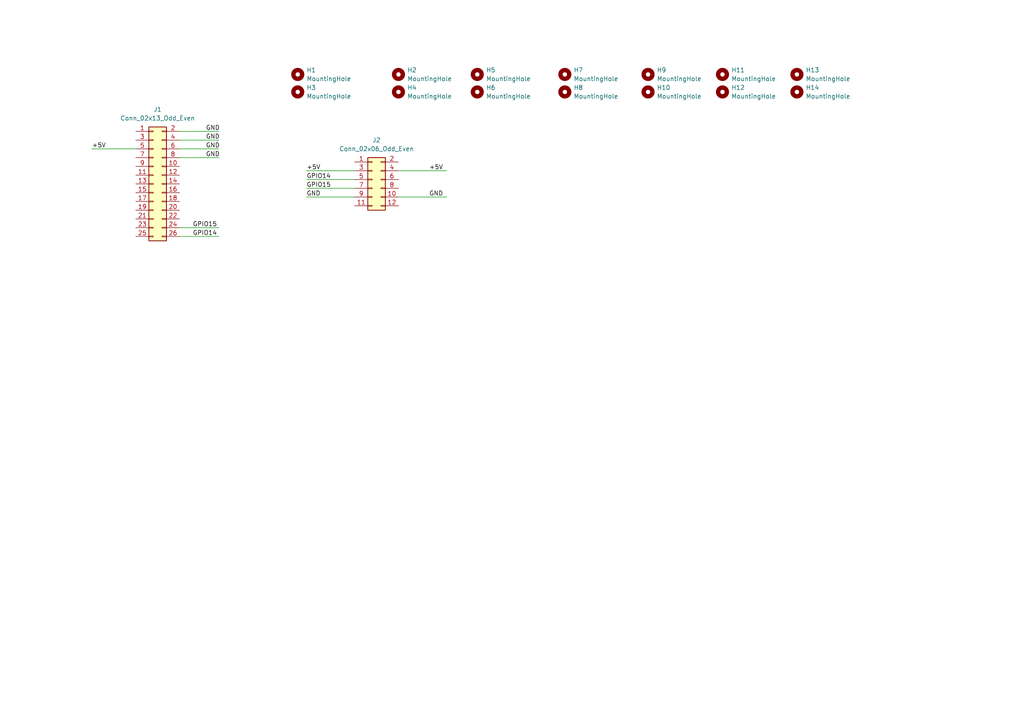
<source format=kicad_sch>
(kicad_sch (version 20250114) (generator "eeschema") (generator_version "9.0")
  (paper "A4")
  (lib_symbols
    (symbol "Connector_Generic:Conn_02x06_Odd_Even" (pin_names (offset 1.016) (hide yes))
      (property "Reference" "J" (at 1.27 7.62 0))
      (property "Value" "Conn_02x06_Odd_Even" (at 1.27 -10.16 0))
      (symbol "Conn_02x06_Odd_Even_1_1"
        (rectangle (start -1.27 6.35) (end 3.81 -8.89) (stroke (width 0.254)) (fill (type background)))
        (rectangle (start -1.27 5.207) (end 0 4.953) (stroke (width 0.1524)))
        (rectangle (start -1.27 2.667) (end 0 2.413) (stroke (width 0.1524)))
        (rectangle (start -1.27 0.127) (end 0 -0.127) (stroke (width 0.1524)))
        (rectangle (start -1.27 -2.413) (end 0 -2.667) (stroke (width 0.1524)))
        (rectangle (start -1.27 -4.953) (end 0 -5.207) (stroke (width 0.1524)))
        (rectangle (start -1.27 -7.493) (end 0 -7.747) (stroke (width 0.1524)))
        (rectangle (start 3.81 5.207) (end 2.54 4.953) (stroke (width 0.1524)))
        (rectangle (start 3.81 2.667) (end 2.54 2.413) (stroke (width 0.1524)))
        (rectangle (start 3.81 0.127) (end 2.54 -0.127) (stroke (width 0.1524)))
        (rectangle (start 3.81 -2.413) (end 2.54 -2.667) (stroke (width 0.1524)))
        (rectangle (start 3.81 -4.953) (end 2.54 -5.207) (stroke (width 0.1524)))
        (rectangle (start 3.81 -7.493) (end 2.54 -7.747) (stroke (width 0.1524)))
        (pin passive line (at -5.08 5.08 0) (length 3.81) (name "Pin_1") (number "1"))
        (pin passive line (at -5.08 2.54 0) (length 3.81) (name "Pin_3") (number "3"))
        (pin passive line (at -5.08 0 0) (length 3.81) (name "Pin_5") (number "5"))
        (pin passive line (at -5.08 -2.54 0) (length 3.81) (name "Pin_7") (number "7"))
        (pin passive line (at -5.08 -5.08 0) (length 3.81) (name "Pin_9") (number "9"))
        (pin passive line (at -5.08 -7.62 0) (length 3.81) (name "Pin_11") (number "11"))
        (pin passive line (at 7.62 5.08 180) (length 3.81) (name "Pin_2") (number "2"))
        (pin passive line (at 7.62 2.54 180) (length 3.81) (name "Pin_4") (number "4"))
        (pin passive line (at 7.62 0 180) (length 3.81) (name "Pin_6") (number "6"))
        (pin passive line (at 7.62 -2.54 180) (length 3.81) (name "Pin_8") (number "8"))
        (pin passive line (at 7.62 -5.08 180) (length 3.81) (name "Pin_10") (number "10"))
        (pin passive line (at 7.62 -7.62 180) (length 3.81) (name "Pin_12") (number "12"))
      )
    )
    (symbol "Connector_Generic:Conn_02x13_Odd_Even" (pin_names (offset 1.016) (hide yes))
      (property "Reference" "J" (at 1.27 17.78 0))
      (property "Value" "Conn_02x13_Odd_Even" (at 1.27 -17.78 0))
      (symbol "Conn_02x13_Odd_Even_1_1"
        (rectangle (start -1.27 16.51) (end 3.81 -16.51) (stroke (width 0.254)) (fill (type background)))
        (rectangle (start -1.27 15.367) (end 0 15.113) (stroke (width 0.1524)))
        (rectangle (start -1.27 12.827) (end 0 12.573) (stroke (width 0.1524)))
        (rectangle (start -1.27 10.287) (end 0 10.033) (stroke (width 0.1524)))
        (rectangle (start -1.27 7.747) (end 0 7.493) (stroke (width 0.1524)))
        (rectangle (start -1.27 5.207) (end 0 4.953) (stroke (width 0.1524)))
        (rectangle (start -1.27 2.667) (end 0 2.413) (stroke (width 0.1524)))
        (rectangle (start -1.27 0.127) (end 0 -0.127) (stroke (width 0.1524)))
        (rectangle (start -1.27 -2.413) (end 0 -2.667) (stroke (width 0.1524)))
        (rectangle (start -1.27 -4.953) (end 0 -5.207) (stroke (width 0.1524)))
        (rectangle (start -1.27 -7.493) (end 0 -7.747) (stroke (width 0.1524)))
        (rectangle (start -1.27 -10.033) (end 0 -10.287) (stroke (width 0.1524)))
        (rectangle (start -1.27 -12.573) (end 0 -12.827) (stroke (width 0.1524)))
        (rectangle (start -1.27 -15.113) (end 0 -15.367) (stroke (width 0.1524)))
        (rectangle (start 3.81 15.367) (end 2.54 15.113) (stroke (width 0.1524)))
        (rectangle (start 3.81 12.827) (end 2.54 12.573) (stroke (width 0.1524)))
        (rectangle (start 3.81 10.287) (end 2.54 10.033) (stroke (width 0.1524)))
        (rectangle (start 3.81 7.747) (end 2.54 7.493) (stroke (width 0.1524)))
        (rectangle (start 3.81 5.207) (end 2.54 4.953) (stroke (width 0.1524)))
        (rectangle (start 3.81 2.667) (end 2.54 2.413) (stroke (width 0.1524)))
        (rectangle (start 3.81 0.127) (end 2.54 -0.127) (stroke (width 0.1524)))
        (rectangle (start 3.81 -2.413) (end 2.54 -2.667) (stroke (width 0.1524)))
        (rectangle (start 3.81 -4.953) (end 2.54 -5.207) (stroke (width 0.1524)))
        (rectangle (start 3.81 -7.493) (end 2.54 -7.747) (stroke (width 0.1524)))
        (rectangle (start 3.81 -10.033) (end 2.54 -10.287) (stroke (width 0.1524)))
        (rectangle (start 3.81 -12.573) (end 2.54 -12.827) (stroke (width 0.1524)))
        (rectangle (start 3.81 -15.113) (end 2.54 -15.367) (stroke (width 0.1524)))
        (pin passive line (at -5.08 15.24 0) (length 3.81) (name "Pin_1") (number "1"))
        (pin passive line (at -5.08 12.7 0) (length 3.81) (name "Pin_3") (number "3"))
        (pin passive line (at -5.08 10.16 0) (length 3.81) (name "Pin_5") (number "5"))
        (pin passive line (at -5.08 7.62 0) (length 3.81) (name "Pin_7") (number "7"))
        (pin passive line (at -5.08 5.08 0) (length 3.81) (name "Pin_9") (number "9"))
        (pin passive line (at -5.08 2.54 0) (length 3.81) (name "Pin_11") (number "11"))
        (pin passive line (at -5.08 0 0) (length 3.81) (name "Pin_13") (number "13"))
        (pin passive line (at -5.08 -2.54 0) (length 3.81) (name "Pin_15") (number "15"))
        (pin passive line (at -5.08 -5.08 0) (length 3.81) (name "Pin_17") (number "17"))
        (pin passive line (at -5.08 -7.62 0) (length 3.81) (name "Pin_19") (number "19"))
        (pin passive line (at -5.08 -10.16 0) (length 3.81) (name "Pin_21") (number "21"))
        (pin passive line (at -5.08 -12.7 0) (length 3.81) (name "Pin_23") (number "23"))
        (pin passive line (at -5.08 -15.24 0) (length 3.81) (name "Pin_25") (number "25"))
        (pin passive line (at 7.62 15.24 180) (length 3.81) (name "Pin_2") (number "2"))
        (pin passive line (at 7.62 12.7 180) (length 3.81) (name "Pin_4") (number "4"))
        (pin passive line (at 7.62 10.16 180) (length 3.81) (name "Pin_6") (number "6"))
        (pin passive line (at 7.62 7.62 180) (length 3.81) (name "Pin_8") (number "8"))
        (pin passive line (at 7.62 5.08 180) (length 3.81) (name "Pin_10") (number "10"))
        (pin passive line (at 7.62 2.54 180) (length 3.81) (name "Pin_12") (number "12"))
        (pin passive line (at 7.62 0 180) (length 3.81) (name "Pin_14") (number "14"))
        (pin passive line (at 7.62 -2.54 180) (length 3.81) (name "Pin_16") (number "16"))
        (pin passive line (at 7.62 -5.08 180) (length 3.81) (name "Pin_18") (number "18"))
        (pin passive line (at 7.62 -7.62 180) (length 3.81) (name "Pin_20") (number "20"))
        (pin passive line (at 7.62 -10.16 180) (length 3.81) (name "Pin_22") (number "22"))
        (pin passive line (at 7.62 -12.7 180) (length 3.81) (name "Pin_24") (number "24"))
        (pin passive line (at 7.62 -15.24 180) (length 3.81) (name "Pin_26") (number "26"))
      )
    )
    (symbol "Mechanical:MountingHole" (pin_names (offset 1.016)) (in_bom no)
      (property "Reference" "H" (at 0 5.08 0))
      (property "Value" "MountingHole" (at 0 3.175 0))
      (symbol "MountingHole_0_1"
        (circle (center 0 0) (radius 1.27) (stroke (width 1.27)))
      )
    )
  )
  (wire (pts (xy 52.07 45.72) (xy 63.5 45.72)))
  (wire (pts (xy 52.07 68.58) (xy 63.5 68.58)))
  (wire (pts (xy 26.67 43.18) (xy 39.37 43.18)))
  (wire (pts (xy 52.07 40.64) (xy 63.5 40.64)))
  (wire (pts (xy 88.9 49.53) (xy 102.87 49.53)))
  (wire (pts (xy 52.07 38.1) (xy 63.5 38.1)))
  (wire (pts (xy 52.07 66.04) (xy 63.5 66.04)))
  (wire (pts (xy 115.57 49.53) (xy 129.54 49.53)))
  (wire (pts (xy 115.57 57.15) (xy 129.54 57.15)))
  (wire (pts (xy 88.9 54.61) (xy 102.87 54.61)))
  (wire (pts (xy 88.9 52.07) (xy 102.87 52.07)))
  (wire (pts (xy 52.07 43.18) (xy 63.5 43.18)))
  (wire (pts (xy 88.9 57.15) (xy 102.87 57.15)))
  (label "GPIO15" (at 88.9 54.61 0))
  (label "GND" (at 88.9 57.15 0))
  (label "GPIO14" (at 55.88 68.58 0))
  (label "+5V" (at 124.46 49.53 0))
  (label "GND" (at 59.69 38.1 0))
  (label "GPIO14" (at 88.9 52.07 0))
  (label "+5V" (at 88.9 49.53 0))
  (label "+5V" (at 26.67 43.18 0))
  (label "GND" (at 59.69 43.18 0))
  (label "GND" (at 59.69 40.64 0))
  (label "GND" (at 59.69 45.72 0))
  (label "GND" (at 124.46 57.15 0))
  (label "GPIO15" (at 55.88 66.04 0))
  (symbol (lib_id "Mechanical:MountingHole") (at 138.43 26.67 0) (unit 1) (in_bom no)
    (property "Reference" "H6" (at 140.97 25.3999 0) (effects (justify left)))
    (property "Value" "MountingHole" (at 140.97 27.9399 0) (effects (justify left)))
    (property "Footprint" "MountingHole:MountingHole_3.2mm_M3_DIN965" (effects (hide yes)))
    (property "Description" "Mounting Hole without connection" (effects (hide yes)))
  )
  (symbol (lib_id "Mechanical:MountingHole") (at 86.36 26.67 0) (unit 1) (in_bom no)
    (property "Reference" "H3" (at 88.9 25.3999 0) (effects (justify left)))
    (property "Value" "MountingHole" (at 88.9 27.9399 0) (effects (justify left)))
    (property "Footprint" "MountingHole:MountingHole_3.2mm_M3_DIN965" (effects (hide yes)))
    (property "Description" "Mounting Hole without connection" (effects (hide yes)))
  )
  (symbol (lib_id "Mechanical:MountingHole") (at 209.55 21.59 0) (unit 1) (in_bom no)
    (property "Reference" "H11" (at 212.09 20.3199 0) (effects (justify left)))
    (property "Value" "MountingHole" (at 212.09 22.8599 0) (effects (justify left)))
    (property "Footprint" "MountingHole:MountingHole_3.2mm_M3_DIN965" (effects (hide yes)))
    (property "Description" "Mounting Hole without connection" (effects (hide yes)))
  )
  (symbol (lib_id "Mechanical:MountingHole") (at 163.83 26.67 0) (unit 1) (in_bom no)
    (property "Reference" "H8" (at 166.37 25.3999 0) (effects (justify left)))
    (property "Value" "MountingHole" (at 166.37 27.9399 0) (effects (justify left)))
    (property "Footprint" "MountingHole:MountingHole_3.2mm_M3_DIN965" (effects (hide yes)))
    (property "Description" "Mounting Hole without connection" (effects (hide yes)))
  )
  (symbol (lib_id "Mechanical:MountingHole") (at 138.43 21.59 0) (unit 1) (in_bom no)
    (property "Reference" "H5" (at 140.97 20.3199 0) (effects (justify left)))
    (property "Value" "MountingHole" (at 140.97 22.8599 0) (effects (justify left)))
    (property "Footprint" "MountingHole:MountingHole_3.2mm_M3_DIN965" (effects (hide yes)))
    (property "Description" "Mounting Hole without connection" (effects (hide yes)))
  )
  (symbol (lib_id "Mechanical:MountingHole") (at 231.14 26.67 0) (unit 1) (in_bom no)
    (property "Reference" "H14" (at 233.68 25.3999 0) (effects (justify left)))
    (property "Value" "MountingHole" (at 233.68 27.9399 0) (effects (justify left)))
    (property "Footprint" "MountingHole:MountingHole_3.2mm_M3_DIN965" (effects (hide yes)))
    (property "Description" "Mounting Hole without connection" (effects (hide yes)))
  )
  (symbol (lib_id "Connector_Generic:Conn_02x13_Odd_Even") (at 44.45 53.34 0) (unit 1)
    (property "Reference" "J1" (at 45.72 31.75 0))
    (property "Value" "Conn_02x13_Odd_Even" (at 45.72 34.29 0))
    (property "Description" "Generic connector, double row, 02x13, odd/even pin numbering scheme (row 1 odd numbers, row 2 even numbers), script generated (kicad-library-utils/schlib/autogen/connector/)" (effects (hide yes)))
  )
  (symbol (lib_id "Mechanical:MountingHole") (at 115.57 26.67 0) (unit 1) (in_bom no)
    (property "Reference" "H4" (at 118.11 25.3999 0) (effects (justify left)))
    (property "Value" "MountingHole" (at 118.11 27.9399 0) (effects (justify left)))
    (property "Footprint" "MountingHole:MountingHole_3.2mm_M3_DIN965" (effects (hide yes)))
    (property "Description" "Mounting Hole without connection" (effects (hide yes)))
  )
  (symbol (lib_id "Mechanical:MountingHole") (at 231.14 21.59 0) (unit 1) (in_bom no)
    (property "Reference" "H13" (at 233.68 20.3199 0) (effects (justify left)))
    (property "Value" "MountingHole" (at 233.68 22.8599 0) (effects (justify left)))
    (property "Footprint" "MountingHole:MountingHole_3.2mm_M3_DIN965" (effects (hide yes)))
    (property "Description" "Mounting Hole without connection" (effects (hide yes)))
  )
  (symbol (lib_id "Mechanical:MountingHole") (at 187.96 26.67 0) (unit 1) (in_bom no)
    (property "Reference" "H10" (at 190.5 25.3999 0) (effects (justify left)))
    (property "Value" "MountingHole" (at 190.5 27.9399 0) (effects (justify left)))
    (property "Footprint" "MountingHole:MountingHole_3.2mm_M3_DIN965" (effects (hide yes)))
    (property "Description" "Mounting Hole without connection" (effects (hide yes)))
  )
  (symbol (lib_id "Mechanical:MountingHole") (at 163.83 21.59 0) (unit 1) (in_bom no)
    (property "Reference" "H7" (at 166.37 20.3199 0) (effects (justify left)))
    (property "Value" "MountingHole" (at 166.37 22.8599 0) (effects (justify left)))
    (property "Footprint" "MountingHole:MountingHole_3.2mm_M3_DIN965" (effects (hide yes)))
    (property "Description" "Mounting Hole without connection" (effects (hide yes)))
  )
  (symbol (lib_id "Mechanical:MountingHole") (at 209.55 26.67 0) (unit 1) (in_bom no)
    (property "Reference" "H12" (at 212.09 25.3999 0) (effects (justify left)))
    (property "Value" "MountingHole" (at 212.09 27.9399 0) (effects (justify left)))
    (property "Footprint" "MountingHole:MountingHole_3.2mm_M3_DIN965" (effects (hide yes)))
    (property "Description" "Mounting Hole without connection" (effects (hide yes)))
  )
  (symbol (lib_id "Connector_Generic:Conn_02x06_Odd_Even") (at 107.95 52.07 0) (unit 1)
    (property "Reference" "J2" (at 109.22 40.64 0))
    (property "Value" "Conn_02x06_Odd_Even" (at 109.22 43.18 0))
    (property "Description" "Generic connector, double row, 02x06, odd/even pin numbering scheme (row 1 odd numbers, row 2 even numbers), script generated (kicad-library-utils/schlib/autogen/connector/)" (effects (hide yes)))
  )
  (symbol (lib_id "Mechanical:MountingHole") (at 187.96 21.59 0) (unit 1) (in_bom no)
    (property "Reference" "H9" (at 190.5 20.3199 0) (effects (justify left)))
    (property "Value" "MountingHole" (at 190.5 22.8599 0) (effects (justify left)))
    (property "Footprint" "MountingHole:MountingHole_3.2mm_M3_DIN965" (effects (hide yes)))
    (property "Description" "Mounting Hole without connection" (effects (hide yes)))
  )
  (symbol (lib_id "Mechanical:MountingHole") (at 86.36 21.59 0) (unit 1) (in_bom no)
    (property "Reference" "H1" (at 88.9 20.3199 0) (effects (justify left)))
    (property "Value" "MountingHole" (at 88.9 22.8599 0) (effects (justify left)))
    (property "Footprint" "MountingHole:MountingHole_3.2mm_M3_DIN965" (effects (hide yes)))
    (property "Description" "Mounting Hole without connection" (effects (hide yes)))
  )
  (symbol (lib_id "Mechanical:MountingHole") (at 115.57 21.59 0) (unit 1) (in_bom no)
    (property "Reference" "H2" (at 118.11 20.3199 0) (effects (justify left)))
    (property "Value" "MountingHole" (at 118.11 22.8599 0) (effects (justify left)))
    (property "Footprint" "MountingHole:MountingHole_3.2mm_M3_DIN965" (effects (hide yes)))
    (property "Description" "Mounting Hole without connection" (effects (hide yes)))
  )
)
</source>
